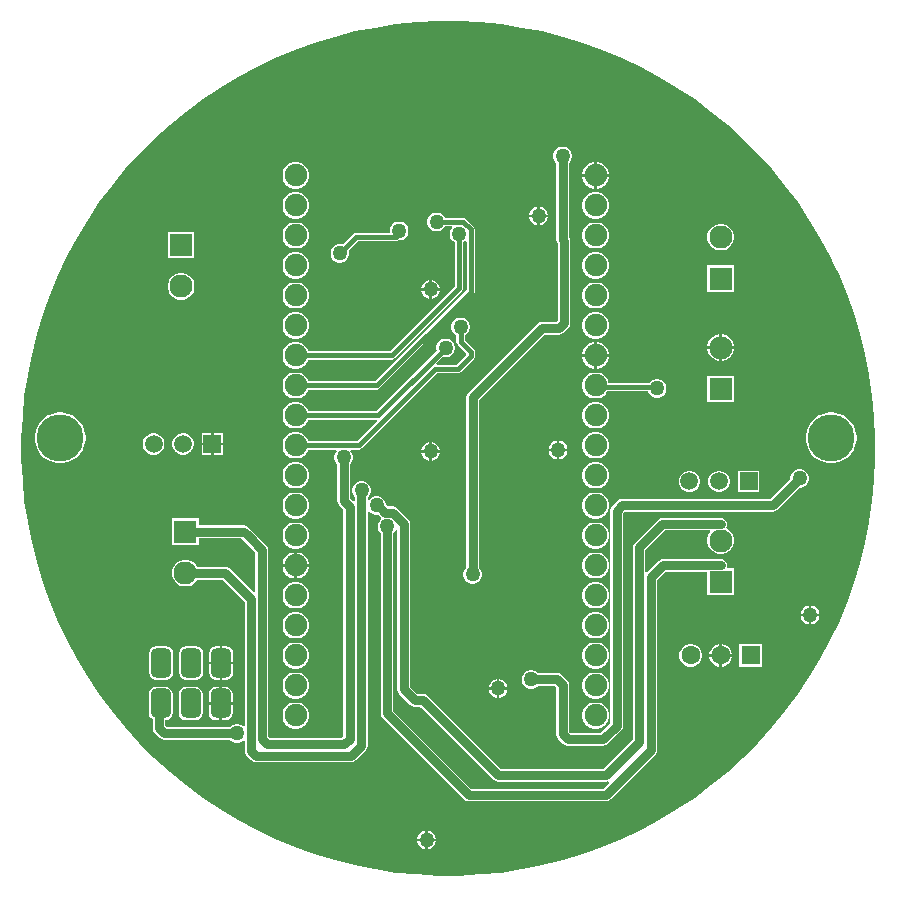
<source format=gbl>
G04*
G04 #@! TF.GenerationSoftware,Altium Limited,Altium Designer,22.0.2 (36)*
G04*
G04 Layer_Physical_Order=2*
G04 Layer_Color=16711680*
%FSLAX23Y23*%
%MOIN*%
G70*
G04*
G04 #@! TF.SameCoordinates,F56BB060-458F-4204-93A6-019121B336C4*
G04*
G04*
G04 #@! TF.FilePolarity,Positive*
G04*
G01*
G75*
%ADD18R,0.059X0.059*%
%ADD44C,0.015*%
%ADD45C,0.030*%
%ADD47C,0.059*%
%ADD48C,0.077*%
%ADD49R,0.077X0.077*%
G04:AMPARAMS|DCode=50|XSize=67mil|YSize=98mil|CornerRadius=17mil|HoleSize=0mil|Usage=FLASHONLY|Rotation=180.000|XOffset=0mil|YOffset=0mil|HoleType=Round|Shape=RoundedRectangle|*
%AMROUNDEDRECTD50*
21,1,0.067,0.065,0,0,180.0*
21,1,0.033,0.098,0,0,180.0*
1,1,0.033,-0.017,0.032*
1,1,0.033,0.017,0.032*
1,1,0.033,0.017,-0.032*
1,1,0.033,-0.017,-0.032*
%
%ADD50ROUNDEDRECTD50*%
%ADD51R,0.063X0.063*%
%ADD52C,0.063*%
%ADD53C,0.157*%
%ADD54C,0.075*%
%ADD55C,0.050*%
G36*
X2630Y3305D02*
X2699Y3299D01*
X2769Y3288D01*
X2837Y3275D01*
X2905Y3258D01*
X2972Y3237D01*
X3038Y3214D01*
X3102Y3187D01*
X3165Y3157D01*
X3227Y3124D01*
X3287Y3088D01*
X3345Y3049D01*
X3401Y3008D01*
X3455Y2964D01*
X3507Y2917D01*
X3557Y2867D01*
X3604Y2815D01*
X3648Y2761D01*
X3690Y2705D01*
X3728Y2647D01*
X3764Y2587D01*
X3797Y2525D01*
X3814Y2489D01*
X3825Y2467D01*
X3825Y2466D01*
X3852Y2401D01*
X3876Y2335D01*
X3896Y2267D01*
X3913Y2199D01*
X3927Y2130D01*
X3937Y2060D01*
X3944Y1990D01*
X3948Y1920D01*
Y1885D01*
Y1850D01*
X3944Y1780D01*
X3937Y1710D01*
X3927Y1640D01*
X3913Y1571D01*
X3896Y1503D01*
X3876Y1435D01*
X3852Y1369D01*
X3825Y1304D01*
X3825Y1303D01*
X3797Y1245D01*
X3764Y1183D01*
X3728Y1123D01*
X3690Y1065D01*
X3648Y1009D01*
X3604Y955D01*
X3557Y903D01*
X3507Y853D01*
X3455Y806D01*
X3401Y762D01*
X3345Y720D01*
X3287Y682D01*
X3227Y646D01*
X3165Y613D01*
X3102Y583D01*
X3038Y556D01*
X2972Y533D01*
X2905Y512D01*
X2837Y495D01*
X2769Y482D01*
X2699Y471D01*
X2630Y465D01*
X2560Y461D01*
X2490D01*
X2420Y465D01*
X2351Y471D01*
X2281Y482D01*
X2213Y495D01*
X2145Y512D01*
X2078Y533D01*
X2012Y556D01*
X1948Y583D01*
X1885Y613D01*
X1823Y646D01*
X1763Y682D01*
X1705Y720D01*
X1649Y762D01*
X1595Y806D01*
X1543Y853D01*
X1493Y903D01*
X1446Y955D01*
X1402Y1009D01*
X1360Y1065D01*
X1322Y1123D01*
X1286Y1183D01*
X1253Y1245D01*
X1223Y1308D01*
X1196Y1372D01*
X1173Y1438D01*
X1152Y1505D01*
X1135Y1573D01*
X1122Y1641D01*
X1111Y1711D01*
X1105Y1780D01*
X1101Y1850D01*
Y1885D01*
Y1920D01*
X1105Y1990D01*
X1111Y2059D01*
X1122Y2129D01*
X1135Y2197D01*
X1152Y2265D01*
X1173Y2332D01*
X1196Y2398D01*
X1223Y2462D01*
X1253Y2525D01*
X1286Y2587D01*
X1322Y2647D01*
X1360Y2705D01*
X1402Y2761D01*
X1446Y2815D01*
X1493Y2867D01*
X1543Y2917D01*
X1595Y2964D01*
X1649Y3008D01*
X1705Y3049D01*
X1763Y3088D01*
X1823Y3124D01*
X1885Y3157D01*
X1948Y3187D01*
X2012Y3214D01*
X2078Y3237D01*
X2145Y3258D01*
X2213Y3275D01*
X2281Y3288D01*
X2351Y3299D01*
X2420Y3305D01*
X2490Y3309D01*
X2560D01*
X2630Y3305D01*
D02*
G37*
%LPC*%
G36*
X3021Y2839D02*
X3019D01*
Y2799D01*
X3059D01*
Y2801D01*
X3056Y2812D01*
X3050Y2822D01*
X3042Y2830D01*
X3032Y2836D01*
X3021Y2839D01*
D02*
G37*
G36*
X3011D02*
X3009D01*
X2998Y2836D01*
X2988Y2830D01*
X2980Y2822D01*
X2974Y2812D01*
X2971Y2801D01*
Y2799D01*
X3011D01*
Y2839D01*
D02*
G37*
G36*
X3059Y2791D02*
X3019D01*
Y2751D01*
X3021D01*
X3032Y2754D01*
X3042Y2760D01*
X3050Y2768D01*
X3056Y2778D01*
X3059Y2789D01*
Y2791D01*
D02*
G37*
G36*
X3011D02*
X2971D01*
Y2789D01*
X2974Y2778D01*
X2980Y2768D01*
X2988Y2760D01*
X2998Y2754D01*
X3009Y2751D01*
X3011D01*
Y2791D01*
D02*
G37*
G36*
X2021Y2839D02*
X2009D01*
X1998Y2836D01*
X1988Y2830D01*
X1980Y2822D01*
X1974Y2812D01*
X1972Y2801D01*
Y2789D01*
X1974Y2778D01*
X1980Y2768D01*
X1988Y2760D01*
X1998Y2754D01*
X2009Y2751D01*
X2021D01*
X2032Y2754D01*
X2042Y2760D01*
X2050Y2768D01*
X2056Y2778D01*
X2059Y2789D01*
Y2801D01*
X2056Y2812D01*
X2050Y2822D01*
X2042Y2830D01*
X2032Y2836D01*
X2021Y2839D01*
D02*
G37*
G36*
X2829Y2691D02*
X2829D01*
Y2664D01*
X2856D01*
Y2664D01*
X2854Y2672D01*
X2850Y2679D01*
X2844Y2685D01*
X2837Y2689D01*
X2829Y2691D01*
D02*
G37*
G36*
X2821D02*
X2821D01*
X2813Y2689D01*
X2806Y2685D01*
X2800Y2679D01*
X2796Y2672D01*
X2794Y2664D01*
Y2664D01*
X2821D01*
Y2691D01*
D02*
G37*
G36*
X3021Y2739D02*
X3009D01*
X2998Y2736D01*
X2988Y2730D01*
X2980Y2722D01*
X2974Y2712D01*
X2971Y2701D01*
Y2689D01*
X2974Y2678D01*
X2980Y2668D01*
X2988Y2660D01*
X2998Y2654D01*
X3009Y2651D01*
X3021D01*
X3032Y2654D01*
X3042Y2660D01*
X3050Y2668D01*
X3056Y2678D01*
X3059Y2689D01*
Y2701D01*
X3056Y2712D01*
X3050Y2722D01*
X3042Y2730D01*
X3032Y2736D01*
X3021Y2739D01*
D02*
G37*
G36*
X2021D02*
X2009D01*
X1998Y2736D01*
X1988Y2730D01*
X1980Y2722D01*
X1974Y2712D01*
X1972Y2701D01*
Y2689D01*
X1974Y2678D01*
X1980Y2668D01*
X1988Y2660D01*
X1998Y2654D01*
X2009Y2651D01*
X2021D01*
X2032Y2654D01*
X2042Y2660D01*
X2050Y2668D01*
X2056Y2678D01*
X2059Y2689D01*
Y2701D01*
X2056Y2712D01*
X2050Y2722D01*
X2042Y2730D01*
X2032Y2736D01*
X2021Y2739D01*
D02*
G37*
G36*
X2856Y2656D02*
X2829D01*
Y2629D01*
X2829D01*
X2837Y2631D01*
X2844Y2635D01*
X2850Y2641D01*
X2854Y2648D01*
X2856Y2656D01*
Y2656D01*
D02*
G37*
G36*
X2821D02*
X2794D01*
Y2656D01*
X2796Y2648D01*
X2800Y2641D01*
X2806Y2635D01*
X2813Y2631D01*
X2821Y2629D01*
X2821D01*
Y2656D01*
D02*
G37*
G36*
X2364Y2641D02*
X2356D01*
X2348Y2639D01*
X2341Y2635D01*
X2335Y2629D01*
X2331Y2622D01*
X2329Y2614D01*
Y2606D01*
X2327Y2604D01*
X2217D01*
X2212Y2603D01*
X2208Y2600D01*
X2208Y2600D01*
X2172Y2564D01*
X2167Y2566D01*
X2158D01*
X2151Y2564D01*
X2143Y2560D01*
X2138Y2554D01*
X2134Y2547D01*
X2132Y2539D01*
Y2531D01*
X2134Y2523D01*
X2138Y2516D01*
X2143Y2510D01*
X2151Y2506D01*
X2158Y2504D01*
X2167D01*
X2174Y2506D01*
X2182Y2510D01*
X2187Y2516D01*
X2191Y2523D01*
X2194Y2531D01*
Y2539D01*
X2192Y2545D01*
X2223Y2576D01*
X2350D01*
X2355Y2577D01*
X2358Y2579D01*
X2364D01*
X2372Y2581D01*
X2379Y2585D01*
X2385Y2591D01*
X2389Y2598D01*
X2391Y2606D01*
Y2614D01*
X2389Y2622D01*
X2385Y2629D01*
X2379Y2635D01*
X2372Y2639D01*
X2364Y2641D01*
D02*
G37*
G36*
X3021Y2638D02*
X3009D01*
X2998Y2636D01*
X2988Y2630D01*
X2980Y2622D01*
X2974Y2612D01*
X2971Y2601D01*
Y2589D01*
X2974Y2578D01*
X2980Y2568D01*
X2988Y2560D01*
X2998Y2554D01*
X3009Y2552D01*
X3021D01*
X3032Y2554D01*
X3042Y2560D01*
X3050Y2568D01*
X3056Y2578D01*
X3059Y2589D01*
Y2601D01*
X3056Y2612D01*
X3050Y2622D01*
X3042Y2630D01*
X3032Y2636D01*
X3021Y2638D01*
D02*
G37*
G36*
X2021D02*
X2009D01*
X1998Y2636D01*
X1988Y2630D01*
X1980Y2622D01*
X1974Y2612D01*
X1972Y2601D01*
Y2589D01*
X1974Y2578D01*
X1980Y2568D01*
X1988Y2560D01*
X1998Y2554D01*
X2009Y2552D01*
X2021D01*
X2032Y2554D01*
X2042Y2560D01*
X2050Y2568D01*
X2056Y2578D01*
X2059Y2589D01*
Y2601D01*
X2056Y2612D01*
X2050Y2622D01*
X2042Y2630D01*
X2032Y2636D01*
X2021Y2638D01*
D02*
G37*
G36*
X3438Y2633D02*
X3426D01*
X3415Y2630D01*
X3405Y2624D01*
X3396Y2616D01*
X3390Y2606D01*
X3387Y2595D01*
Y2583D01*
X3390Y2572D01*
X3396Y2562D01*
X3405Y2553D01*
X3415Y2548D01*
X3426Y2545D01*
X3438D01*
X3449Y2548D01*
X3459Y2553D01*
X3467Y2562D01*
X3473Y2572D01*
X3476Y2583D01*
Y2595D01*
X3473Y2606D01*
X3467Y2616D01*
X3459Y2624D01*
X3449Y2630D01*
X3438Y2633D01*
D02*
G37*
G36*
X1678Y2608D02*
X1589D01*
Y2519D01*
X1678D01*
Y2608D01*
D02*
G37*
G36*
X3021Y2539D02*
X3009D01*
X2998Y2536D01*
X2988Y2530D01*
X2980Y2522D01*
X2974Y2512D01*
X2971Y2501D01*
Y2489D01*
X2974Y2478D01*
X2980Y2468D01*
X2988Y2460D01*
X2998Y2454D01*
X3009Y2451D01*
X3021D01*
X3032Y2454D01*
X3042Y2460D01*
X3050Y2468D01*
X3056Y2478D01*
X3059Y2489D01*
Y2501D01*
X3056Y2512D01*
X3050Y2522D01*
X3042Y2530D01*
X3032Y2536D01*
X3021Y2539D01*
D02*
G37*
G36*
X2021D02*
X2009D01*
X1998Y2536D01*
X1988Y2530D01*
X1980Y2522D01*
X1974Y2512D01*
X1972Y2501D01*
Y2489D01*
X1974Y2478D01*
X1980Y2468D01*
X1988Y2460D01*
X1998Y2454D01*
X2009Y2451D01*
X2021D01*
X2032Y2454D01*
X2042Y2460D01*
X2050Y2468D01*
X2056Y2478D01*
X2059Y2489D01*
Y2501D01*
X2056Y2512D01*
X2050Y2522D01*
X2042Y2530D01*
X2032Y2536D01*
X2021Y2539D01*
D02*
G37*
G36*
X2469Y2446D02*
X2469D01*
Y2419D01*
X2496D01*
Y2419D01*
X2494Y2427D01*
X2490Y2434D01*
X2484Y2440D01*
X2477Y2444D01*
X2469Y2446D01*
D02*
G37*
G36*
X2461D02*
X2461D01*
X2453Y2444D01*
X2446Y2440D01*
X2440Y2434D01*
X2436Y2427D01*
X2434Y2419D01*
Y2419D01*
X2461D01*
Y2446D01*
D02*
G37*
G36*
X3476Y2495D02*
X3387D01*
Y2407D01*
X3476D01*
Y2495D01*
D02*
G37*
G36*
X2496Y2411D02*
X2469D01*
Y2384D01*
X2469D01*
X2477Y2386D01*
X2484Y2390D01*
X2490Y2396D01*
X2494Y2403D01*
X2496Y2411D01*
Y2411D01*
D02*
G37*
G36*
X2461D02*
X2434D01*
Y2411D01*
X2436Y2403D01*
X2440Y2396D01*
X2446Y2390D01*
X2453Y2386D01*
X2461Y2384D01*
X2461D01*
Y2411D01*
D02*
G37*
G36*
X1639Y2470D02*
X1627D01*
X1616Y2467D01*
X1606Y2461D01*
X1598Y2453D01*
X1592Y2442D01*
X1589Y2431D01*
Y2420D01*
X1592Y2408D01*
X1598Y2398D01*
X1606Y2390D01*
X1616Y2384D01*
X1627Y2381D01*
X1639D01*
X1650Y2384D01*
X1660Y2390D01*
X1669Y2398D01*
X1675Y2408D01*
X1678Y2420D01*
Y2431D01*
X1675Y2442D01*
X1669Y2453D01*
X1660Y2461D01*
X1650Y2467D01*
X1639Y2470D01*
D02*
G37*
G36*
X3021Y2438D02*
X3009D01*
X2998Y2436D01*
X2988Y2430D01*
X2980Y2422D01*
X2974Y2412D01*
X2971Y2401D01*
Y2389D01*
X2974Y2378D01*
X2980Y2368D01*
X2988Y2360D01*
X2998Y2354D01*
X3009Y2352D01*
X3021D01*
X3032Y2354D01*
X3042Y2360D01*
X3050Y2368D01*
X3056Y2378D01*
X3059Y2389D01*
Y2401D01*
X3056Y2412D01*
X3050Y2422D01*
X3042Y2430D01*
X3032Y2436D01*
X3021Y2438D01*
D02*
G37*
G36*
X2021D02*
X2009D01*
X1998Y2436D01*
X1988Y2430D01*
X1980Y2422D01*
X1974Y2412D01*
X1972Y2401D01*
Y2389D01*
X1974Y2378D01*
X1980Y2368D01*
X1988Y2360D01*
X1998Y2354D01*
X2009Y2352D01*
X2021D01*
X2032Y2354D01*
X2042Y2360D01*
X2050Y2368D01*
X2056Y2378D01*
X2059Y2389D01*
Y2401D01*
X2056Y2412D01*
X2050Y2422D01*
X2042Y2430D01*
X2032Y2436D01*
X2021Y2438D01*
D02*
G37*
G36*
X3021Y2339D02*
X3009D01*
X2998Y2336D01*
X2988Y2330D01*
X2980Y2322D01*
X2974Y2312D01*
X2971Y2301D01*
Y2289D01*
X2974Y2278D01*
X2980Y2268D01*
X2988Y2260D01*
X2998Y2254D01*
X3009Y2251D01*
X3021D01*
X3032Y2254D01*
X3042Y2260D01*
X3050Y2268D01*
X3056Y2278D01*
X3059Y2289D01*
Y2301D01*
X3056Y2312D01*
X3050Y2322D01*
X3042Y2330D01*
X3032Y2336D01*
X3021Y2339D01*
D02*
G37*
G36*
X2021D02*
X2009D01*
X1998Y2336D01*
X1988Y2330D01*
X1980Y2322D01*
X1974Y2312D01*
X1972Y2301D01*
Y2289D01*
X1974Y2278D01*
X1980Y2268D01*
X1988Y2260D01*
X1998Y2254D01*
X2009Y2251D01*
X2021D01*
X2032Y2254D01*
X2042Y2260D01*
X2050Y2268D01*
X2056Y2278D01*
X2059Y2289D01*
Y2301D01*
X2056Y2312D01*
X2050Y2322D01*
X2042Y2330D01*
X2032Y2336D01*
X2021Y2339D01*
D02*
G37*
G36*
X3438Y2266D02*
X3436D01*
Y2225D01*
X3476D01*
Y2227D01*
X3473Y2239D01*
X3467Y2249D01*
X3459Y2257D01*
X3449Y2263D01*
X3438Y2266D01*
D02*
G37*
G36*
X3428D02*
X3426D01*
X3415Y2263D01*
X3405Y2257D01*
X3396Y2249D01*
X3390Y2239D01*
X3387Y2227D01*
Y2225D01*
X3428D01*
Y2266D01*
D02*
G37*
G36*
X3021Y2239D02*
X3019D01*
Y2199D01*
X3059D01*
Y2201D01*
X3056Y2212D01*
X3050Y2222D01*
X3042Y2230D01*
X3032Y2236D01*
X3021Y2239D01*
D02*
G37*
G36*
X3011D02*
X3009D01*
X2998Y2236D01*
X2988Y2230D01*
X2980Y2222D01*
X2974Y2212D01*
X2971Y2201D01*
Y2199D01*
X3011D01*
Y2239D01*
D02*
G37*
G36*
X2569Y2321D02*
X2561D01*
X2553Y2319D01*
X2546Y2315D01*
X2540Y2309D01*
X2536Y2302D01*
X2534Y2294D01*
Y2286D01*
X2536Y2278D01*
X2540Y2271D01*
X2546Y2265D01*
X2551Y2262D01*
Y2240D01*
X2552Y2235D01*
X2555Y2230D01*
X2582Y2203D01*
Y2197D01*
X2549Y2164D01*
X2485D01*
X2483Y2169D01*
X2505Y2191D01*
X2511Y2189D01*
X2519D01*
X2527Y2191D01*
X2534Y2195D01*
X2540Y2201D01*
X2544Y2208D01*
X2546Y2216D01*
Y2224D01*
X2544Y2232D01*
X2540Y2239D01*
X2534Y2245D01*
X2527Y2249D01*
X2519Y2251D01*
X2511D01*
X2503Y2249D01*
X2496Y2245D01*
X2490Y2239D01*
X2486Y2232D01*
X2484Y2224D01*
Y2216D01*
X2486Y2210D01*
X2284Y2009D01*
X2056D01*
X2056Y2012D01*
X2050Y2022D01*
X2042Y2030D01*
X2032Y2036D01*
X2021Y2039D01*
X2009D01*
X1998Y2036D01*
X1988Y2030D01*
X1980Y2022D01*
X1974Y2012D01*
X1972Y2001D01*
Y1989D01*
X1974Y1978D01*
X1980Y1968D01*
X1988Y1960D01*
X1998Y1954D01*
X2009Y1952D01*
X2021D01*
X2032Y1954D01*
X2042Y1960D01*
X2050Y1968D01*
X2056Y1978D01*
X2056Y1981D01*
X2285D01*
X2287Y1976D01*
X2219Y1909D01*
X2056D01*
X2056Y1912D01*
X2050Y1922D01*
X2042Y1930D01*
X2032Y1936D01*
X2021Y1939D01*
X2009D01*
X1998Y1936D01*
X1988Y1930D01*
X1980Y1922D01*
X1974Y1912D01*
X1972Y1901D01*
Y1889D01*
X1974Y1878D01*
X1980Y1868D01*
X1988Y1860D01*
X1998Y1854D01*
X2009Y1852D01*
X2021D01*
X2032Y1854D01*
X2042Y1860D01*
X2050Y1868D01*
X2056Y1878D01*
X2056Y1881D01*
X2150D01*
X2152Y1876D01*
X2150Y1874D01*
X2146Y1867D01*
X2144Y1859D01*
Y1851D01*
X2146Y1843D01*
X2150Y1836D01*
X2154Y1833D01*
Y1710D01*
X2155Y1702D01*
X2160Y1695D01*
X2174Y1681D01*
Y926D01*
X2169Y921D01*
X1928D01*
X1923Y926D01*
Y1548D01*
X1922Y1556D01*
X1917Y1563D01*
X1870Y1610D01*
X1870Y1610D01*
X1858Y1622D01*
X1851Y1627D01*
X1843Y1629D01*
X1693D01*
Y1652D01*
X1604D01*
Y1563D01*
X1693D01*
Y1586D01*
X1834D01*
X1840Y1580D01*
X1840Y1580D01*
X1881Y1539D01*
Y1405D01*
X1876Y1403D01*
X1795Y1485D01*
X1788Y1489D01*
X1779Y1491D01*
X1687D01*
X1684Y1497D01*
X1675Y1505D01*
X1665Y1511D01*
X1654Y1514D01*
X1642D01*
X1631Y1511D01*
X1621Y1505D01*
X1613Y1497D01*
X1607Y1487D01*
X1604Y1475D01*
Y1464D01*
X1607Y1452D01*
X1613Y1442D01*
X1621Y1434D01*
X1631Y1428D01*
X1642Y1425D01*
X1654D01*
X1665Y1428D01*
X1675Y1434D01*
X1684Y1442D01*
X1687Y1448D01*
X1771D01*
X1845Y1374D01*
Y961D01*
X1840Y959D01*
X1839Y960D01*
X1832Y964D01*
X1824Y966D01*
X1816D01*
X1808Y964D01*
X1801Y960D01*
X1798Y956D01*
X1586D01*
X1581Y961D01*
Y979D01*
X1582D01*
X1591Y981D01*
X1598Y986D01*
X1603Y994D01*
X1605Y1003D01*
Y1067D01*
X1603Y1076D01*
X1598Y1084D01*
X1591Y1089D01*
X1582Y1091D01*
X1548D01*
X1539Y1089D01*
X1532Y1084D01*
X1527Y1076D01*
X1525Y1067D01*
Y1003D01*
X1527Y994D01*
X1532Y986D01*
X1539Y982D01*
Y953D01*
X1540Y944D01*
X1545Y937D01*
X1562Y920D01*
X1569Y915D01*
X1578Y914D01*
X1798D01*
X1801Y910D01*
X1808Y906D01*
X1816Y904D01*
X1824D01*
X1832Y906D01*
X1839Y910D01*
X1840Y911D01*
X1845Y909D01*
Y878D01*
X1846Y869D01*
X1851Y862D01*
X1868Y845D01*
X1875Y840D01*
X1884Y839D01*
X2200D01*
X2208Y840D01*
X2215Y845D01*
X2249Y878D01*
X2253Y885D01*
X2255Y894D01*
Y1675D01*
X2260Y1676D01*
X2260Y1676D01*
X2266Y1670D01*
X2273Y1666D01*
X2281Y1664D01*
X2289D01*
X2291Y1664D01*
X2299Y1656D01*
X2301Y1655D01*
X2300Y1649D01*
X2295Y1644D01*
X2291Y1637D01*
X2289Y1629D01*
Y1621D01*
X2291Y1613D01*
X2295Y1606D01*
X2299Y1603D01*
Y1003D01*
X2300Y994D01*
X2305Y987D01*
X2577Y715D01*
X2584Y710D01*
X2593Y709D01*
X3050D01*
X3058Y710D01*
X3065Y715D01*
X3215Y865D01*
X3220Y872D01*
X3221Y880D01*
Y1446D01*
X3249Y1474D01*
X3387D01*
Y1396D01*
X3476D01*
Y1485D01*
X3456D01*
X3452Y1490D01*
X3453Y1495D01*
X3452Y1503D01*
X3447Y1510D01*
X3440Y1515D01*
X3432Y1517D01*
X3240D01*
X3232Y1515D01*
X3225Y1510D01*
X3186Y1472D01*
X3181Y1474D01*
Y1546D01*
X3247Y1612D01*
X3396D01*
X3398Y1607D01*
X3396Y1605D01*
X3390Y1595D01*
X3387Y1584D01*
Y1572D01*
X3390Y1561D01*
X3396Y1551D01*
X3405Y1542D01*
X3415Y1537D01*
X3426Y1534D01*
X3438D01*
X3449Y1537D01*
X3459Y1542D01*
X3467Y1551D01*
X3473Y1561D01*
X3476Y1572D01*
Y1584D01*
X3473Y1595D01*
X3467Y1605D01*
X3459Y1614D01*
X3453Y1617D01*
X3451Y1624D01*
X3452Y1625D01*
X3453Y1633D01*
X3452Y1641D01*
X3447Y1648D01*
X3440Y1653D01*
X3432Y1654D01*
X3238D01*
X3230Y1653D01*
X3223Y1648D01*
X3145Y1570D01*
X3140Y1563D01*
X3139Y1555D01*
Y914D01*
X3041Y816D01*
X2699D01*
X2455Y1060D01*
X2448Y1065D01*
X2440Y1066D01*
X2421D01*
X2397Y1091D01*
Y1634D01*
X2396Y1642D01*
X2391Y1649D01*
X2354Y1686D01*
X2347Y1691D01*
X2339Y1692D01*
X2323D01*
X2316Y1700D01*
X2314Y1707D01*
X2310Y1714D01*
X2304Y1720D01*
X2297Y1724D01*
X2289Y1726D01*
X2281D01*
X2273Y1724D01*
X2266Y1720D01*
X2260Y1714D01*
X2260Y1714D01*
X2255Y1715D01*
Y1721D01*
X2260Y1726D01*
X2264Y1733D01*
X2266Y1741D01*
Y1749D01*
X2264Y1757D01*
X2260Y1764D01*
X2254Y1770D01*
X2247Y1774D01*
X2239Y1776D01*
X2231D01*
X2223Y1774D01*
X2216Y1770D01*
X2210Y1764D01*
X2206Y1757D01*
X2204Y1749D01*
Y1741D01*
X2206Y1733D01*
X2210Y1726D01*
X2212Y1724D01*
Y1710D01*
X2207Y1708D01*
X2196Y1719D01*
Y1833D01*
X2200Y1836D01*
X2204Y1843D01*
X2206Y1851D01*
Y1859D01*
X2204Y1867D01*
X2200Y1874D01*
X2198Y1876D01*
X2200Y1881D01*
X2225D01*
X2230Y1882D01*
X2235Y1885D01*
X2486Y2136D01*
X2555D01*
X2560Y2137D01*
X2565Y2140D01*
X2609Y2184D01*
X2612Y2189D01*
X2613Y2194D01*
X2613Y2194D01*
Y2206D01*
X2613Y2206D01*
X2612Y2211D01*
X2609Y2216D01*
X2609Y2216D01*
X2579Y2246D01*
Y2262D01*
X2584Y2265D01*
X2590Y2271D01*
X2594Y2278D01*
X2596Y2286D01*
Y2294D01*
X2594Y2302D01*
X2590Y2309D01*
X2584Y2315D01*
X2577Y2319D01*
X2569Y2321D01*
D02*
G37*
G36*
X3476Y2217D02*
X3436D01*
Y2177D01*
X3438D01*
X3449Y2180D01*
X3459Y2186D01*
X3467Y2194D01*
X3473Y2204D01*
X3476Y2216D01*
Y2217D01*
D02*
G37*
G36*
X3428D02*
X3387D01*
Y2216D01*
X3390Y2204D01*
X3396Y2194D01*
X3405Y2186D01*
X3415Y2180D01*
X3426Y2177D01*
X3428D01*
Y2217D01*
D02*
G37*
G36*
X3059Y2191D02*
X3019D01*
Y2151D01*
X3021D01*
X3032Y2154D01*
X3042Y2160D01*
X3050Y2168D01*
X3056Y2178D01*
X3059Y2189D01*
Y2191D01*
D02*
G37*
G36*
X3011D02*
X2971D01*
Y2189D01*
X2974Y2178D01*
X2980Y2168D01*
X2988Y2160D01*
X2998Y2154D01*
X3009Y2151D01*
X3011D01*
Y2191D01*
D02*
G37*
G36*
X2489Y2671D02*
X2481D01*
X2473Y2669D01*
X2466Y2665D01*
X2460Y2659D01*
X2456Y2652D01*
X2454Y2644D01*
Y2636D01*
X2456Y2628D01*
X2460Y2621D01*
X2466Y2615D01*
X2473Y2611D01*
X2481Y2609D01*
X2489D01*
X2497Y2611D01*
X2504Y2615D01*
X2510Y2621D01*
X2513Y2626D01*
X2535D01*
X2537Y2621D01*
X2535Y2619D01*
X2531Y2612D01*
X2529Y2604D01*
Y2596D01*
X2531Y2588D01*
X2535Y2581D01*
X2541Y2575D01*
X2546Y2572D01*
Y2426D01*
X2329Y2209D01*
X2056D01*
X2056Y2212D01*
X2050Y2222D01*
X2042Y2230D01*
X2032Y2236D01*
X2021Y2239D01*
X2009D01*
X1998Y2236D01*
X1988Y2230D01*
X1980Y2222D01*
X1974Y2212D01*
X1972Y2201D01*
Y2189D01*
X1974Y2178D01*
X1980Y2168D01*
X1988Y2160D01*
X1998Y2154D01*
X2009Y2151D01*
X2021D01*
X2032Y2154D01*
X2042Y2160D01*
X2050Y2168D01*
X2056Y2178D01*
X2056Y2181D01*
X2335D01*
X2340Y2182D01*
X2345Y2185D01*
X2570Y2410D01*
X2570Y2410D01*
X2573Y2415D01*
X2574Y2420D01*
X2574Y2420D01*
Y2572D01*
X2579Y2575D01*
X2580Y2576D01*
X2585Y2574D01*
Y2414D01*
X2279Y2109D01*
X2056D01*
X2056Y2112D01*
X2050Y2122D01*
X2042Y2130D01*
X2032Y2136D01*
X2021Y2138D01*
X2009D01*
X1998Y2136D01*
X1988Y2130D01*
X1980Y2122D01*
X1974Y2112D01*
X1972Y2101D01*
Y2089D01*
X1974Y2078D01*
X1980Y2068D01*
X1988Y2060D01*
X1998Y2054D01*
X2009Y2052D01*
X2021D01*
X2032Y2054D01*
X2042Y2060D01*
X2050Y2068D01*
X2056Y2078D01*
X2056Y2081D01*
X2285D01*
X2290Y2082D01*
X2295Y2085D01*
X2608Y2399D01*
X2608Y2399D01*
X2611Y2403D01*
X2612Y2408D01*
X2612Y2409D01*
Y2616D01*
X2611Y2621D01*
X2608Y2626D01*
X2584Y2650D01*
X2580Y2653D01*
X2574Y2654D01*
X2513D01*
X2510Y2659D01*
X2504Y2665D01*
X2497Y2669D01*
X2489Y2671D01*
D02*
G37*
G36*
X3021Y2138D02*
X3009D01*
X2998Y2136D01*
X2988Y2130D01*
X2980Y2122D01*
X2974Y2112D01*
X2971Y2101D01*
Y2089D01*
X2974Y2078D01*
X2980Y2068D01*
X2988Y2060D01*
X2998Y2054D01*
X3009Y2052D01*
X3021D01*
X3032Y2054D01*
X3042Y2060D01*
X3050Y2068D01*
X3054Y2076D01*
X3190D01*
X3191Y2073D01*
X3195Y2066D01*
X3201Y2060D01*
X3208Y2056D01*
X3216Y2054D01*
X3224D01*
X3232Y2056D01*
X3239Y2060D01*
X3245Y2066D01*
X3249Y2073D01*
X3251Y2081D01*
Y2089D01*
X3249Y2097D01*
X3245Y2104D01*
X3239Y2110D01*
X3232Y2114D01*
X3224Y2116D01*
X3216D01*
X3208Y2114D01*
X3201Y2110D01*
X3195Y2104D01*
X3195Y2104D01*
X3058D01*
X3056Y2112D01*
X3050Y2122D01*
X3042Y2130D01*
X3032Y2136D01*
X3021Y2138D01*
D02*
G37*
G36*
X3476Y2128D02*
X3387D01*
Y2039D01*
X3476D01*
Y2128D01*
D02*
G37*
G36*
X3021Y2039D02*
X3009D01*
X2998Y2036D01*
X2988Y2030D01*
X2980Y2022D01*
X2974Y2012D01*
X2971Y2001D01*
Y1989D01*
X2974Y1978D01*
X2980Y1968D01*
X2988Y1960D01*
X2998Y1954D01*
X3009Y1952D01*
X3021D01*
X3032Y1954D01*
X3042Y1960D01*
X3050Y1968D01*
X3056Y1978D01*
X3059Y1989D01*
Y2001D01*
X3056Y2012D01*
X3050Y2022D01*
X3042Y2030D01*
X3032Y2036D01*
X3021Y2039D01*
D02*
G37*
G36*
X1774Y1936D02*
X1742D01*
Y1904D01*
X1774D01*
Y1936D01*
D02*
G37*
G36*
X1734D02*
X1703D01*
Y1904D01*
X1734D01*
Y1936D01*
D02*
G37*
G36*
X2894Y1911D02*
X2894D01*
Y1884D01*
X2921D01*
Y1884D01*
X2919Y1892D01*
X2915Y1899D01*
X2909Y1905D01*
X2902Y1909D01*
X2894Y1911D01*
D02*
G37*
G36*
X2886D02*
X2886D01*
X2878Y1909D01*
X2871Y1905D01*
X2865Y1899D01*
X2861Y1892D01*
X2859Y1884D01*
Y1884D01*
X2886D01*
Y1911D01*
D02*
G37*
G36*
X2469Y1906D02*
X2469D01*
Y1879D01*
X2496D01*
Y1879D01*
X2494Y1887D01*
X2490Y1894D01*
X2484Y1900D01*
X2477Y1904D01*
X2469Y1906D01*
D02*
G37*
G36*
X2461D02*
X2461D01*
X2453Y1904D01*
X2446Y1900D01*
X2440Y1894D01*
X2436Y1887D01*
X2434Y1879D01*
Y1879D01*
X2461D01*
Y1906D01*
D02*
G37*
G36*
X1774Y1896D02*
X1742D01*
Y1864D01*
X1774D01*
Y1896D01*
D02*
G37*
G36*
X1734D02*
X1703D01*
Y1864D01*
X1734D01*
Y1896D01*
D02*
G37*
G36*
X1645Y1936D02*
X1635D01*
X1626Y1933D01*
X1618Y1928D01*
X1612Y1922D01*
X1607Y1914D01*
X1604Y1905D01*
Y1895D01*
X1607Y1886D01*
X1612Y1878D01*
X1618Y1872D01*
X1626Y1867D01*
X1635Y1864D01*
X1645D01*
X1654Y1867D01*
X1662Y1872D01*
X1668Y1878D01*
X1673Y1886D01*
X1676Y1895D01*
Y1905D01*
X1673Y1914D01*
X1668Y1922D01*
X1662Y1928D01*
X1654Y1933D01*
X1645Y1936D01*
D02*
G37*
G36*
X1546D02*
X1537D01*
X1528Y1933D01*
X1520Y1928D01*
X1513Y1922D01*
X1508Y1914D01*
X1506Y1905D01*
Y1895D01*
X1508Y1886D01*
X1513Y1878D01*
X1520Y1872D01*
X1528Y1867D01*
X1537Y1864D01*
X1546D01*
X1555Y1867D01*
X1563Y1872D01*
X1570Y1878D01*
X1575Y1886D01*
X1577Y1895D01*
Y1905D01*
X1575Y1914D01*
X1570Y1922D01*
X1563Y1928D01*
X1555Y1933D01*
X1546Y1936D01*
D02*
G37*
G36*
X3021Y1939D02*
X3009D01*
X2998Y1936D01*
X2988Y1930D01*
X2980Y1922D01*
X2974Y1912D01*
X2971Y1901D01*
Y1889D01*
X2974Y1878D01*
X2980Y1868D01*
X2988Y1860D01*
X2998Y1854D01*
X3009Y1852D01*
X3021D01*
X3032Y1854D01*
X3042Y1860D01*
X3050Y1868D01*
X3056Y1878D01*
X3059Y1889D01*
Y1901D01*
X3056Y1912D01*
X3050Y1922D01*
X3042Y1930D01*
X3032Y1936D01*
X3021Y1939D01*
D02*
G37*
G36*
X2921Y1876D02*
X2894D01*
Y1849D01*
X2894D01*
X2902Y1851D01*
X2909Y1855D01*
X2915Y1861D01*
X2919Y1868D01*
X2921Y1876D01*
Y1876D01*
D02*
G37*
G36*
X2886D02*
X2859D01*
Y1876D01*
X2861Y1868D01*
X2865Y1861D01*
X2871Y1855D01*
X2878Y1851D01*
X2886Y1849D01*
X2886D01*
Y1876D01*
D02*
G37*
G36*
X2496Y1871D02*
X2469D01*
Y1844D01*
X2469D01*
X2477Y1846D01*
X2484Y1850D01*
X2490Y1856D01*
X2494Y1863D01*
X2496Y1871D01*
Y1871D01*
D02*
G37*
G36*
X2461D02*
X2434D01*
Y1871D01*
X2436Y1863D01*
X2440Y1856D01*
X2446Y1850D01*
X2453Y1846D01*
X2461Y1844D01*
X2461D01*
Y1871D01*
D02*
G37*
G36*
X3808Y2005D02*
X3792D01*
X3775Y2001D01*
X3760Y1995D01*
X3746Y1986D01*
X3734Y1974D01*
X3725Y1960D01*
X3719Y1945D01*
X3715Y1928D01*
Y1912D01*
X3719Y1895D01*
X3725Y1880D01*
X3734Y1866D01*
X3746Y1854D01*
X3760Y1845D01*
X3775Y1839D01*
X3792Y1835D01*
X3808D01*
X3825Y1839D01*
X3840Y1845D01*
X3854Y1854D01*
X3866Y1866D01*
X3875Y1880D01*
X3881Y1895D01*
X3885Y1912D01*
Y1928D01*
X3881Y1945D01*
X3875Y1960D01*
X3866Y1974D01*
X3854Y1986D01*
X3840Y1995D01*
X3825Y2001D01*
X3808Y2005D01*
D02*
G37*
G36*
X1238D02*
X1222D01*
X1205Y2001D01*
X1190Y1995D01*
X1176Y1986D01*
X1164Y1974D01*
X1155Y1960D01*
X1149Y1945D01*
X1145Y1928D01*
Y1912D01*
X1149Y1895D01*
X1155Y1880D01*
X1164Y1866D01*
X1176Y1854D01*
X1190Y1845D01*
X1205Y1839D01*
X1222Y1835D01*
X1238D01*
X1255Y1839D01*
X1270Y1845D01*
X1284Y1854D01*
X1296Y1866D01*
X1305Y1880D01*
X1311Y1895D01*
X1315Y1912D01*
Y1928D01*
X1311Y1945D01*
X1305Y1960D01*
X1296Y1974D01*
X1284Y1986D01*
X1270Y1995D01*
X1255Y2001D01*
X1238Y2005D01*
D02*
G37*
G36*
X3021Y1839D02*
X3009D01*
X2998Y1836D01*
X2988Y1830D01*
X2980Y1822D01*
X2974Y1812D01*
X2971Y1801D01*
Y1789D01*
X2974Y1778D01*
X2980Y1768D01*
X2988Y1760D01*
X2998Y1754D01*
X3009Y1752D01*
X3021D01*
X3032Y1754D01*
X3042Y1760D01*
X3050Y1768D01*
X3056Y1778D01*
X3059Y1789D01*
Y1801D01*
X3056Y1812D01*
X3050Y1822D01*
X3042Y1830D01*
X3032Y1836D01*
X3021Y1839D01*
D02*
G37*
G36*
X2021D02*
X2009D01*
X1998Y1836D01*
X1988Y1830D01*
X1980Y1822D01*
X1974Y1812D01*
X1972Y1801D01*
Y1789D01*
X1974Y1778D01*
X1980Y1768D01*
X1988Y1760D01*
X1998Y1754D01*
X2009Y1752D01*
X2021D01*
X2032Y1754D01*
X2042Y1760D01*
X2050Y1768D01*
X2056Y1778D01*
X2059Y1789D01*
Y1801D01*
X2056Y1812D01*
X2050Y1822D01*
X2042Y1830D01*
X2032Y1836D01*
X2021Y1839D01*
D02*
G37*
G36*
X3561Y1811D02*
X3489D01*
Y1739D01*
X3561D01*
Y1811D01*
D02*
G37*
G36*
X3431D02*
X3422D01*
X3413Y1808D01*
X3405Y1803D01*
X3398Y1797D01*
X3393Y1789D01*
X3391Y1780D01*
Y1770D01*
X3393Y1761D01*
X3398Y1753D01*
X3405Y1747D01*
X3413Y1742D01*
X3422Y1739D01*
X3431D01*
X3440Y1742D01*
X3448Y1747D01*
X3455Y1753D01*
X3460Y1761D01*
X3462Y1770D01*
Y1780D01*
X3460Y1789D01*
X3455Y1797D01*
X3448Y1803D01*
X3440Y1808D01*
X3431Y1811D01*
D02*
G37*
G36*
X3333D02*
X3323D01*
X3314Y1808D01*
X3306Y1803D01*
X3300Y1797D01*
X3295Y1789D01*
X3293Y1780D01*
Y1770D01*
X3295Y1761D01*
X3300Y1753D01*
X3306Y1747D01*
X3314Y1742D01*
X3323Y1739D01*
X3333D01*
X3342Y1742D01*
X3350Y1747D01*
X3357Y1753D01*
X3361Y1761D01*
X3364Y1770D01*
Y1780D01*
X3361Y1789D01*
X3357Y1797D01*
X3350Y1803D01*
X3342Y1808D01*
X3333Y1811D01*
D02*
G37*
G36*
X3021Y1738D02*
X3009D01*
X2998Y1736D01*
X2988Y1730D01*
X2980Y1722D01*
X2974Y1712D01*
X2971Y1701D01*
Y1689D01*
X2974Y1678D01*
X2980Y1668D01*
X2988Y1660D01*
X2998Y1654D01*
X3009Y1651D01*
X3021D01*
X3032Y1654D01*
X3042Y1660D01*
X3050Y1668D01*
X3056Y1678D01*
X3059Y1689D01*
Y1701D01*
X3056Y1712D01*
X3050Y1722D01*
X3042Y1730D01*
X3032Y1736D01*
X3021Y1738D01*
D02*
G37*
G36*
X2021D02*
X2009D01*
X1998Y1736D01*
X1988Y1730D01*
X1980Y1722D01*
X1974Y1712D01*
X1972Y1701D01*
Y1689D01*
X1974Y1678D01*
X1980Y1668D01*
X1988Y1660D01*
X1998Y1654D01*
X2009Y1651D01*
X2021D01*
X2032Y1654D01*
X2042Y1660D01*
X2050Y1668D01*
X2056Y1678D01*
X2059Y1689D01*
Y1701D01*
X2056Y1712D01*
X2050Y1722D01*
X2042Y1730D01*
X2032Y1736D01*
X2021Y1738D01*
D02*
G37*
G36*
X3021Y1638D02*
X3009D01*
X2998Y1636D01*
X2988Y1630D01*
X2980Y1622D01*
X2974Y1612D01*
X2971Y1601D01*
Y1589D01*
X2974Y1578D01*
X2980Y1568D01*
X2988Y1560D01*
X2998Y1554D01*
X3009Y1551D01*
X3021D01*
X3032Y1554D01*
X3042Y1560D01*
X3050Y1568D01*
X3056Y1578D01*
X3059Y1589D01*
Y1601D01*
X3056Y1612D01*
X3050Y1622D01*
X3042Y1630D01*
X3032Y1636D01*
X3021Y1638D01*
D02*
G37*
G36*
X2021D02*
X2009D01*
X1998Y1636D01*
X1988Y1630D01*
X1980Y1622D01*
X1974Y1612D01*
X1972Y1601D01*
Y1589D01*
X1974Y1578D01*
X1980Y1568D01*
X1988Y1560D01*
X1998Y1554D01*
X2009Y1551D01*
X2021D01*
X2032Y1554D01*
X2042Y1560D01*
X2050Y1568D01*
X2056Y1578D01*
X2059Y1589D01*
Y1601D01*
X2056Y1612D01*
X2050Y1622D01*
X2042Y1630D01*
X2032Y1636D01*
X2021Y1638D01*
D02*
G37*
G36*
Y1538D02*
X2019D01*
Y1499D01*
X2059D01*
Y1501D01*
X2056Y1512D01*
X2050Y1522D01*
X2042Y1530D01*
X2032Y1536D01*
X2021Y1538D01*
D02*
G37*
G36*
X2011D02*
X2009D01*
X1998Y1536D01*
X1988Y1530D01*
X1980Y1522D01*
X1974Y1512D01*
X1972Y1501D01*
Y1499D01*
X2011D01*
Y1538D01*
D02*
G37*
G36*
X3021D02*
X3009D01*
X2998Y1536D01*
X2988Y1530D01*
X2980Y1522D01*
X2974Y1512D01*
X2971Y1501D01*
Y1489D01*
X2974Y1478D01*
X2980Y1468D01*
X2988Y1460D01*
X2998Y1454D01*
X3009Y1452D01*
X3021D01*
X3032Y1454D01*
X3042Y1460D01*
X3050Y1468D01*
X3056Y1478D01*
X3059Y1489D01*
Y1501D01*
X3056Y1512D01*
X3050Y1522D01*
X3042Y1530D01*
X3032Y1536D01*
X3021Y1538D01*
D02*
G37*
G36*
X2059Y1491D02*
X2019D01*
Y1452D01*
X2021D01*
X2032Y1454D01*
X2042Y1460D01*
X2050Y1468D01*
X2056Y1478D01*
X2059Y1489D01*
Y1491D01*
D02*
G37*
G36*
X2011D02*
X1972D01*
Y1489D01*
X1974Y1478D01*
X1980Y1468D01*
X1988Y1460D01*
X1998Y1454D01*
X2009Y1452D01*
X2011D01*
Y1491D01*
D02*
G37*
G36*
X2909Y2891D02*
X2901D01*
X2893Y2889D01*
X2886Y2885D01*
X2880Y2879D01*
X2876Y2872D01*
X2874Y2864D01*
Y2856D01*
X2876Y2848D01*
X2880Y2841D01*
X2884Y2838D01*
Y2581D01*
X2885Y2573D01*
X2889Y2568D01*
Y2311D01*
X2884Y2306D01*
X2835D01*
X2827Y2305D01*
X2820Y2300D01*
X2590Y2070D01*
X2585Y2063D01*
X2584Y2055D01*
Y1487D01*
X2580Y1484D01*
X2576Y1477D01*
X2574Y1469D01*
Y1461D01*
X2576Y1453D01*
X2580Y1446D01*
X2586Y1440D01*
X2593Y1436D01*
X2601Y1434D01*
X2609D01*
X2617Y1436D01*
X2624Y1440D01*
X2630Y1446D01*
X2634Y1453D01*
X2636Y1461D01*
Y1469D01*
X2634Y1477D01*
X2630Y1484D01*
X2626Y1487D01*
Y2046D01*
X2844Y2264D01*
X2892D01*
X2901Y2265D01*
X2908Y2270D01*
X2925Y2287D01*
X2930Y2294D01*
X2931Y2303D01*
Y2576D01*
X2930Y2584D01*
X2926Y2589D01*
Y2838D01*
X2930Y2841D01*
X2934Y2848D01*
X2936Y2856D01*
Y2864D01*
X2934Y2872D01*
X2930Y2879D01*
X2924Y2885D01*
X2917Y2889D01*
X2909Y2891D01*
D02*
G37*
G36*
X3021Y1439D02*
X3009D01*
X2998Y1436D01*
X2988Y1430D01*
X2980Y1422D01*
X2974Y1412D01*
X2971Y1401D01*
Y1389D01*
X2974Y1378D01*
X2980Y1368D01*
X2988Y1360D01*
X2998Y1354D01*
X3009Y1352D01*
X3021D01*
X3032Y1354D01*
X3042Y1360D01*
X3050Y1368D01*
X3056Y1378D01*
X3059Y1389D01*
Y1401D01*
X3056Y1412D01*
X3050Y1422D01*
X3042Y1430D01*
X3032Y1436D01*
X3021Y1439D01*
D02*
G37*
G36*
X2021D02*
X2009D01*
X1998Y1436D01*
X1988Y1430D01*
X1980Y1422D01*
X1974Y1412D01*
X1972Y1401D01*
Y1389D01*
X1974Y1378D01*
X1980Y1368D01*
X1988Y1360D01*
X1998Y1354D01*
X2009Y1352D01*
X2021D01*
X2032Y1354D01*
X2042Y1360D01*
X2050Y1368D01*
X2056Y1378D01*
X2059Y1389D01*
Y1401D01*
X2056Y1412D01*
X2050Y1422D01*
X2042Y1430D01*
X2032Y1436D01*
X2021Y1439D01*
D02*
G37*
G36*
X3734Y1361D02*
X3734D01*
Y1334D01*
X3761D01*
Y1334D01*
X3759Y1342D01*
X3755Y1349D01*
X3749Y1355D01*
X3742Y1359D01*
X3734Y1361D01*
D02*
G37*
G36*
X3726D02*
X3726D01*
X3718Y1359D01*
X3711Y1355D01*
X3705Y1349D01*
X3701Y1342D01*
X3699Y1334D01*
Y1334D01*
X3726D01*
Y1361D01*
D02*
G37*
G36*
X3761Y1326D02*
X3734D01*
Y1299D01*
X3734D01*
X3742Y1301D01*
X3749Y1305D01*
X3755Y1311D01*
X3759Y1318D01*
X3761Y1326D01*
Y1326D01*
D02*
G37*
G36*
X3726D02*
X3699D01*
Y1326D01*
X3701Y1318D01*
X3705Y1311D01*
X3711Y1305D01*
X3718Y1301D01*
X3726Y1299D01*
X3726D01*
Y1326D01*
D02*
G37*
G36*
X3021Y1339D02*
X3009D01*
X2998Y1336D01*
X2988Y1330D01*
X2980Y1322D01*
X2974Y1312D01*
X2971Y1301D01*
Y1289D01*
X2974Y1278D01*
X2980Y1268D01*
X2988Y1260D01*
X2998Y1254D01*
X3009Y1252D01*
X3021D01*
X3032Y1254D01*
X3042Y1260D01*
X3050Y1268D01*
X3056Y1278D01*
X3059Y1289D01*
Y1301D01*
X3056Y1312D01*
X3050Y1322D01*
X3042Y1330D01*
X3032Y1336D01*
X3021Y1339D01*
D02*
G37*
G36*
X2021D02*
X2009D01*
X1998Y1336D01*
X1988Y1330D01*
X1980Y1322D01*
X1974Y1312D01*
X1972Y1301D01*
Y1289D01*
X1974Y1278D01*
X1980Y1268D01*
X1988Y1260D01*
X1998Y1254D01*
X2009Y1252D01*
X2021D01*
X2032Y1254D01*
X2042Y1260D01*
X2050Y1268D01*
X2056Y1278D01*
X2059Y1289D01*
Y1301D01*
X2056Y1312D01*
X2050Y1322D01*
X2042Y1330D01*
X2032Y1336D01*
X2021Y1339D01*
D02*
G37*
G36*
X3437Y1232D02*
X3436D01*
Y1199D01*
X3469D01*
Y1200D01*
X3467Y1209D01*
X3462Y1218D01*
X3455Y1225D01*
X3446Y1230D01*
X3437Y1232D01*
D02*
G37*
G36*
X3428D02*
X3427D01*
X3417Y1230D01*
X3409Y1225D01*
X3402Y1218D01*
X3397Y1209D01*
X3394Y1200D01*
Y1199D01*
X3428D01*
Y1232D01*
D02*
G37*
G36*
X1784Y1226D02*
X1771D01*
Y1174D01*
X1807D01*
Y1202D01*
X1805Y1211D01*
X1800Y1219D01*
X1792Y1224D01*
X1784Y1226D01*
D02*
G37*
G36*
X1763D02*
X1750D01*
X1741Y1224D01*
X1734Y1219D01*
X1729Y1211D01*
X1727Y1202D01*
Y1174D01*
X1763D01*
Y1226D01*
D02*
G37*
G36*
X3569Y1232D02*
X3494D01*
Y1158D01*
X3569D01*
Y1232D01*
D02*
G37*
G36*
X3469Y1191D02*
X3436D01*
Y1158D01*
X3437D01*
X3446Y1160D01*
X3455Y1165D01*
X3462Y1172D01*
X3467Y1181D01*
X3469Y1190D01*
Y1191D01*
D02*
G37*
G36*
X3428D02*
X3394D01*
Y1190D01*
X3397Y1181D01*
X3402Y1172D01*
X3409Y1165D01*
X3417Y1160D01*
X3427Y1158D01*
X3428D01*
Y1191D01*
D02*
G37*
G36*
X3337Y1232D02*
X3327D01*
X3317Y1230D01*
X3309Y1225D01*
X3302Y1218D01*
X3297Y1209D01*
X3294Y1200D01*
Y1190D01*
X3297Y1181D01*
X3302Y1172D01*
X3309Y1165D01*
X3317Y1160D01*
X3327Y1158D01*
X3337D01*
X3346Y1160D01*
X3355Y1165D01*
X3362Y1172D01*
X3367Y1181D01*
X3369Y1190D01*
Y1200D01*
X3367Y1209D01*
X3362Y1218D01*
X3355Y1225D01*
X3346Y1230D01*
X3337Y1232D01*
D02*
G37*
G36*
X3021Y1238D02*
X3009D01*
X2998Y1236D01*
X2988Y1230D01*
X2980Y1222D01*
X2974Y1212D01*
X2971Y1201D01*
Y1189D01*
X2974Y1178D01*
X2980Y1168D01*
X2988Y1160D01*
X2998Y1154D01*
X3009Y1151D01*
X3021D01*
X3032Y1154D01*
X3042Y1160D01*
X3050Y1168D01*
X3056Y1178D01*
X3059Y1189D01*
Y1201D01*
X3056Y1212D01*
X3050Y1222D01*
X3042Y1230D01*
X3032Y1236D01*
X3021Y1238D01*
D02*
G37*
G36*
X2021D02*
X2009D01*
X1998Y1236D01*
X1988Y1230D01*
X1980Y1222D01*
X1974Y1212D01*
X1972Y1201D01*
Y1189D01*
X1974Y1178D01*
X1980Y1168D01*
X1988Y1160D01*
X1998Y1154D01*
X2009Y1151D01*
X2021D01*
X2032Y1154D01*
X2042Y1160D01*
X2050Y1168D01*
X2056Y1178D01*
X2059Y1189D01*
Y1201D01*
X2056Y1212D01*
X2050Y1222D01*
X2042Y1230D01*
X2032Y1236D01*
X2021Y1238D01*
D02*
G37*
G36*
X1807Y1166D02*
X1771D01*
Y1114D01*
X1784D01*
X1792Y1116D01*
X1800Y1121D01*
X1805Y1129D01*
X1807Y1138D01*
Y1166D01*
D02*
G37*
G36*
X1763D02*
X1727D01*
Y1138D01*
X1729Y1129D01*
X1734Y1121D01*
X1741Y1116D01*
X1750Y1114D01*
X1763D01*
Y1166D01*
D02*
G37*
G36*
X1684Y1226D02*
X1650D01*
X1641Y1224D01*
X1634Y1219D01*
X1629Y1211D01*
X1627Y1202D01*
Y1138D01*
X1629Y1129D01*
X1634Y1121D01*
X1641Y1116D01*
X1650Y1114D01*
X1684D01*
X1692Y1116D01*
X1700Y1121D01*
X1705Y1129D01*
X1707Y1138D01*
Y1202D01*
X1705Y1211D01*
X1700Y1219D01*
X1692Y1224D01*
X1684Y1226D01*
D02*
G37*
G36*
X1584D02*
X1550D01*
X1541Y1224D01*
X1534Y1219D01*
X1529Y1211D01*
X1527Y1202D01*
Y1138D01*
X1529Y1129D01*
X1534Y1121D01*
X1541Y1116D01*
X1550Y1114D01*
X1584D01*
X1592Y1116D01*
X1600Y1121D01*
X1605Y1129D01*
X1607Y1138D01*
Y1202D01*
X1605Y1211D01*
X1600Y1219D01*
X1592Y1224D01*
X1584Y1226D01*
D02*
G37*
G36*
X2694Y1116D02*
X2694D01*
Y1089D01*
X2721D01*
Y1089D01*
X2719Y1097D01*
X2715Y1104D01*
X2709Y1110D01*
X2702Y1114D01*
X2694Y1116D01*
D02*
G37*
G36*
X2686D02*
X2686D01*
X2678Y1114D01*
X2671Y1110D01*
X2665Y1104D01*
X2661Y1097D01*
X2659Y1089D01*
Y1089D01*
X2686D01*
Y1116D01*
D02*
G37*
G36*
X2721Y1081D02*
X2694D01*
Y1054D01*
X2694D01*
X2702Y1056D01*
X2709Y1060D01*
X2715Y1066D01*
X2719Y1073D01*
X2721Y1081D01*
Y1081D01*
D02*
G37*
G36*
X2686D02*
X2659D01*
Y1081D01*
X2661Y1073D01*
X2665Y1066D01*
X2671Y1060D01*
X2678Y1056D01*
X2686Y1054D01*
X2686D01*
Y1081D01*
D02*
G37*
G36*
X3021Y1138D02*
X3009D01*
X2998Y1136D01*
X2988Y1130D01*
X2980Y1122D01*
X2974Y1112D01*
X2971Y1101D01*
Y1089D01*
X2974Y1078D01*
X2980Y1068D01*
X2988Y1060D01*
X2998Y1054D01*
X3009Y1051D01*
X3021D01*
X3032Y1054D01*
X3042Y1060D01*
X3050Y1068D01*
X3056Y1078D01*
X3059Y1089D01*
Y1101D01*
X3056Y1112D01*
X3050Y1122D01*
X3042Y1130D01*
X3032Y1136D01*
X3021Y1138D01*
D02*
G37*
G36*
X2021D02*
X2009D01*
X1998Y1136D01*
X1988Y1130D01*
X1980Y1122D01*
X1974Y1112D01*
X1972Y1101D01*
Y1089D01*
X1974Y1078D01*
X1980Y1068D01*
X1988Y1060D01*
X1998Y1054D01*
X2009Y1051D01*
X2021D01*
X2032Y1054D01*
X2042Y1060D01*
X2050Y1068D01*
X2056Y1078D01*
X2059Y1089D01*
Y1101D01*
X2056Y1112D01*
X2050Y1122D01*
X2042Y1130D01*
X2032Y1136D01*
X2021Y1138D01*
D02*
G37*
G36*
X1782Y1091D02*
X1769D01*
Y1039D01*
X1805D01*
Y1067D01*
X1803Y1076D01*
X1798Y1084D01*
X1791Y1089D01*
X1782Y1091D01*
D02*
G37*
G36*
X1761D02*
X1748D01*
X1739Y1089D01*
X1732Y1084D01*
X1727Y1076D01*
X1725Y1067D01*
Y1039D01*
X1761D01*
Y1091D01*
D02*
G37*
G36*
X1805Y1031D02*
X1769D01*
Y979D01*
X1782D01*
X1791Y981D01*
X1798Y986D01*
X1803Y994D01*
X1805Y1003D01*
Y1031D01*
D02*
G37*
G36*
X1761D02*
X1725D01*
Y1003D01*
X1727Y994D01*
X1732Y986D01*
X1739Y981D01*
X1748Y979D01*
X1761D01*
Y1031D01*
D02*
G37*
G36*
X1682Y1091D02*
X1648D01*
X1639Y1089D01*
X1632Y1084D01*
X1627Y1076D01*
X1625Y1067D01*
Y1003D01*
X1627Y994D01*
X1632Y986D01*
X1639Y981D01*
X1648Y979D01*
X1682D01*
X1691Y981D01*
X1698Y986D01*
X1703Y994D01*
X1705Y1003D01*
Y1067D01*
X1703Y1076D01*
X1698Y1084D01*
X1691Y1089D01*
X1682Y1091D01*
D02*
G37*
G36*
X3021Y1038D02*
X3009D01*
X2998Y1036D01*
X2988Y1030D01*
X2980Y1022D01*
X2974Y1012D01*
X2971Y1001D01*
Y989D01*
X2974Y978D01*
X2980Y968D01*
X2988Y960D01*
X2998Y954D01*
X3009Y951D01*
X3021D01*
X3032Y954D01*
X3042Y960D01*
X3050Y968D01*
X3056Y978D01*
X3059Y989D01*
Y1001D01*
X3056Y1012D01*
X3050Y1022D01*
X3042Y1030D01*
X3032Y1036D01*
X3021Y1038D01*
D02*
G37*
G36*
X2021D02*
X2009D01*
X1998Y1036D01*
X1988Y1030D01*
X1980Y1022D01*
X1974Y1012D01*
X1972Y1001D01*
Y989D01*
X1974Y978D01*
X1980Y968D01*
X1988Y960D01*
X1998Y954D01*
X2009Y951D01*
X2021D01*
X2032Y954D01*
X2042Y960D01*
X2050Y968D01*
X2056Y978D01*
X2059Y989D01*
Y1001D01*
X2056Y1012D01*
X2050Y1022D01*
X2042Y1030D01*
X2032Y1036D01*
X2021Y1038D01*
D02*
G37*
G36*
X3699Y1816D02*
X3691D01*
X3683Y1814D01*
X3676Y1810D01*
X3670Y1804D01*
X3666Y1797D01*
X3664Y1789D01*
Y1784D01*
X3596Y1716D01*
X3103D01*
X3094Y1715D01*
X3087Y1710D01*
X3070Y1693D01*
X3065Y1686D01*
X3064Y1677D01*
Y969D01*
X3031Y936D01*
X2931D01*
X2926Y941D01*
Y1097D01*
X2925Y1106D01*
X2920Y1113D01*
X2903Y1130D01*
X2896Y1135D01*
X2887Y1136D01*
X2822D01*
X2819Y1140D01*
X2812Y1144D01*
X2804Y1146D01*
X2796D01*
X2788Y1144D01*
X2781Y1140D01*
X2775Y1134D01*
X2771Y1127D01*
X2769Y1119D01*
Y1111D01*
X2771Y1103D01*
X2775Y1096D01*
X2781Y1090D01*
X2788Y1086D01*
X2796Y1084D01*
X2804D01*
X2812Y1086D01*
X2819Y1090D01*
X2822Y1094D01*
X2879D01*
X2884Y1089D01*
Y933D01*
X2885Y924D01*
X2890Y917D01*
X2907Y900D01*
X2914Y895D01*
X2923Y894D01*
X3040D01*
X3048Y895D01*
X3055Y900D01*
X3100Y945D01*
X3105Y952D01*
X3106Y960D01*
Y1669D01*
X3111Y1674D01*
X3605D01*
X3613Y1675D01*
X3620Y1680D01*
X3694Y1754D01*
X3699D01*
X3707Y1756D01*
X3714Y1760D01*
X3720Y1766D01*
X3724Y1773D01*
X3726Y1781D01*
Y1789D01*
X3724Y1797D01*
X3720Y1804D01*
X3714Y1810D01*
X3707Y1814D01*
X3699Y1816D01*
D02*
G37*
G36*
X2456Y611D02*
X2456D01*
Y584D01*
X2483D01*
Y584D01*
X2481Y592D01*
X2477Y599D01*
X2471Y605D01*
X2464Y609D01*
X2456Y611D01*
D02*
G37*
G36*
X2448D02*
X2448D01*
X2440Y609D01*
X2433Y605D01*
X2427Y599D01*
X2423Y592D01*
X2421Y584D01*
Y584D01*
X2448D01*
Y611D01*
D02*
G37*
G36*
X2483Y576D02*
X2456D01*
Y549D01*
X2456D01*
X2464Y551D01*
X2471Y555D01*
X2477Y561D01*
X2481Y568D01*
X2483Y576D01*
Y576D01*
D02*
G37*
G36*
X2448D02*
X2421D01*
Y576D01*
X2423Y568D01*
X2427Y561D01*
X2433Y555D01*
X2440Y551D01*
X2448Y549D01*
X2448D01*
Y576D01*
D02*
G37*
%LPD*%
G36*
X2354Y1614D02*
Y1082D01*
X2356Y1074D01*
X2361Y1067D01*
X2397Y1030D01*
X2404Y1025D01*
X2413Y1024D01*
X2431D01*
X2675Y780D01*
X2682Y775D01*
X2690Y774D01*
X3050D01*
X3058Y775D01*
X3058Y775D01*
X3059Y770D01*
X3041Y751D01*
X2601D01*
X2341Y1011D01*
Y1603D01*
X2345Y1606D01*
X2349Y1613D01*
X2349Y1615D01*
X2354Y1614D01*
D02*
G37*
D18*
X3525Y1775D02*
D03*
X1738Y1900D02*
D03*
D44*
X2350Y2590D02*
Y2591D01*
X2360Y2601D02*
Y2610D01*
X2350Y2591D02*
X2360Y2601D01*
X2217Y2590D02*
X2350D01*
X2162Y2535D02*
X2217Y2590D01*
X2565Y2240D02*
X2599Y2206D01*
X2555Y2150D02*
X2599Y2194D01*
Y2206D01*
X2565Y2240D02*
Y2290D01*
X2480Y2150D02*
X2555D01*
X2290Y1995D02*
X2515Y2220D01*
X2015Y1995D02*
X2290D01*
X2015Y1895D02*
X2225D01*
X2480Y2150D01*
X2015Y2095D02*
X2285D01*
X2599Y2408D02*
Y2616D01*
X2285Y2095D02*
X2599Y2408D01*
X2485Y2640D02*
X2574D01*
X2015Y2195D02*
X2335D01*
X2560Y2420D02*
Y2600D01*
X2335Y2195D02*
X2560Y2420D01*
X2574Y2640D02*
X2599Y2616D01*
X3020Y2090D02*
X3215D01*
X3220Y2085D01*
X3015Y2095D02*
X3020Y2090D01*
D45*
X3085Y1677D02*
X3103Y1695D01*
X3605D01*
X3085Y960D02*
Y1677D01*
X3605Y1695D02*
X3695Y1785D01*
X3040Y915D02*
X3085Y960D01*
X2905Y933D02*
Y1097D01*
Y933D02*
X2923Y915D01*
X3040D01*
X2887Y1115D02*
X2905Y1097D01*
X2800Y1115D02*
X2887D01*
X2376Y1082D02*
X2413Y1045D01*
X2339Y1671D02*
X2376Y1634D01*
Y1082D02*
Y1634D01*
X2314Y1671D02*
X2339D01*
X2290Y1695D02*
X2314Y1671D01*
X2285Y1695D02*
X2290D01*
X2413Y1045D02*
X2440D01*
X2320Y1003D02*
Y1625D01*
Y1003D02*
X2593Y730D01*
X3050D01*
X2234Y894D02*
Y1744D01*
X2200Y860D02*
X2234Y894D01*
Y1744D02*
X2235Y1745D01*
X2440Y1045D02*
X2690Y795D01*
X3050D01*
X3160Y905D01*
Y1555D01*
X3238Y1633D02*
X3432D01*
X3160Y1555D02*
X3238Y1633D01*
X3050Y730D02*
X3200Y880D01*
Y1455D01*
X3240Y1495D02*
X3432D01*
X3200Y1455D02*
X3240Y1495D01*
X1560Y953D02*
Y1030D01*
Y953D02*
X1578Y935D01*
X1820D01*
X1560Y1030D02*
X1565Y1035D01*
X1779Y1469D02*
X1866Y1383D01*
X1855Y1595D02*
X1902Y1548D01*
X1866Y878D02*
X1884Y860D01*
X1866Y878D02*
Y1383D01*
X1884Y860D02*
X2200D01*
X1902Y918D02*
X1920Y900D01*
X1902Y918D02*
Y1548D01*
X1920Y900D02*
X2177D01*
X2905Y2581D02*
Y2860D01*
Y2581D02*
X2910Y2576D01*
Y2303D02*
Y2576D01*
X2835Y2285D02*
X2892D01*
X2910Y2303D01*
X2605Y2055D02*
X2835Y2285D01*
X2605Y1465D02*
Y2055D01*
X2175Y1710D02*
Y1855D01*
Y1710D02*
X2195Y1690D01*
X2177Y900D02*
X2195Y918D01*
Y1690D01*
X1843Y1607D02*
X1855Y1595D01*
X1648Y1607D02*
X1843D01*
X1648Y1469D02*
X1779D01*
D47*
X3328Y1775D02*
D03*
X3427D02*
D03*
X1542Y1900D02*
D03*
X1640D02*
D03*
D48*
X3432Y1578D02*
D03*
Y2221D02*
D03*
Y2589D02*
D03*
X1633Y2425D02*
D03*
X1648Y1469D02*
D03*
D49*
X3432Y1440D02*
D03*
Y2084D02*
D03*
Y2451D02*
D03*
X1633Y2563D02*
D03*
X1648Y1607D02*
D03*
D50*
X1765Y1035D02*
D03*
X1665D02*
D03*
X1565D02*
D03*
X1767Y1170D02*
D03*
X1667D02*
D03*
X1567D02*
D03*
D51*
X3532Y1195D02*
D03*
D52*
X3432D02*
D03*
X3332D02*
D03*
D53*
X1230Y1920D02*
D03*
X3800D02*
D03*
D54*
X3015Y2495D02*
D03*
Y2595D02*
D03*
Y2695D02*
D03*
Y2795D02*
D03*
Y2395D02*
D03*
Y2295D02*
D03*
Y2195D02*
D03*
Y2095D02*
D03*
Y1995D02*
D03*
Y1895D02*
D03*
Y1495D02*
D03*
Y1595D02*
D03*
Y1695D02*
D03*
Y1795D02*
D03*
Y1395D02*
D03*
Y1295D02*
D03*
Y1195D02*
D03*
Y1095D02*
D03*
Y995D02*
D03*
X2015Y2495D02*
D03*
Y2595D02*
D03*
Y2695D02*
D03*
Y2795D02*
D03*
Y2395D02*
D03*
Y2295D02*
D03*
Y2195D02*
D03*
Y2095D02*
D03*
Y1995D02*
D03*
Y1895D02*
D03*
Y1495D02*
D03*
Y1595D02*
D03*
Y1695D02*
D03*
Y1795D02*
D03*
Y1395D02*
D03*
Y1295D02*
D03*
Y1195D02*
D03*
Y1095D02*
D03*
Y995D02*
D03*
D55*
X3730Y1330D02*
D03*
X3695Y1785D02*
D03*
X2800Y1115D02*
D03*
X2285Y1695D02*
D03*
X2320Y1625D02*
D03*
X2465Y1875D02*
D03*
X2690Y1085D02*
D03*
X1820Y935D02*
D03*
X2905Y2860D02*
D03*
X2605Y1465D02*
D03*
X2175Y1855D02*
D03*
X2235Y1745D02*
D03*
X2360Y2610D02*
D03*
X2162Y2535D02*
D03*
X2565Y2290D02*
D03*
X2515Y2220D02*
D03*
X2825Y2660D02*
D03*
X2465Y2415D02*
D03*
X2485Y2640D02*
D03*
X2560Y2600D02*
D03*
X2890Y1880D02*
D03*
X3220Y2085D02*
D03*
X2452Y580D02*
D03*
M02*

</source>
